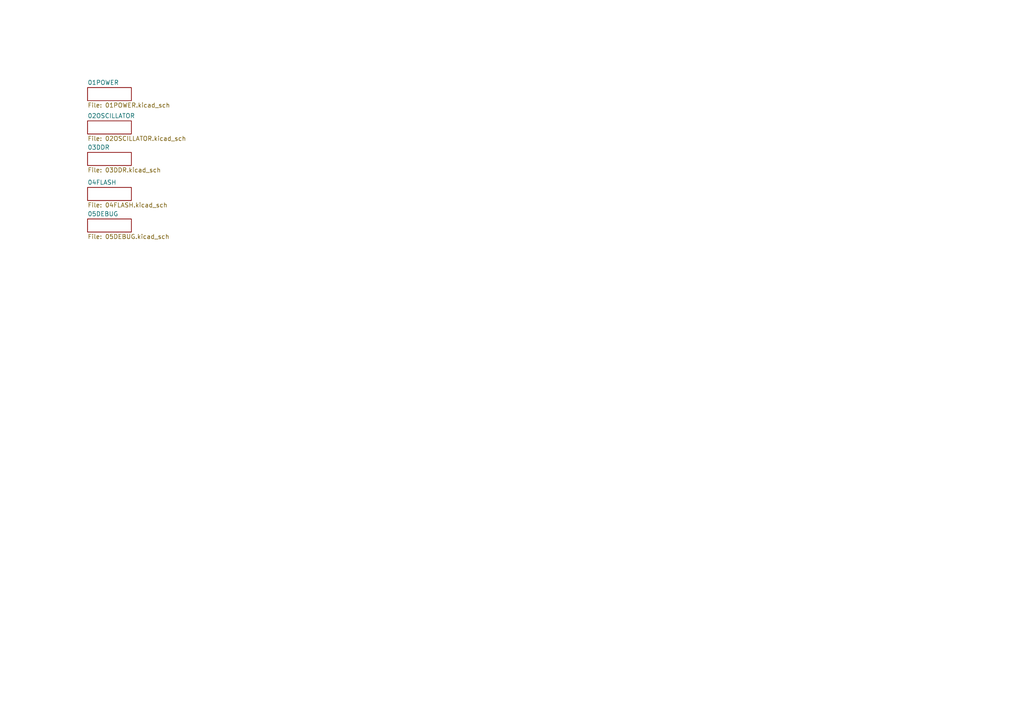
<source format=kicad_sch>
(kicad_sch
	(version 20231120)
	(generator "eeschema")
	(generator_version "8.0")
	(uuid "254e382a-6d38-470f-9ada-20b971374261")
	(paper "A4")
	(title_block
		(title "HPM6800 核心板")
		(date "2025-07-18")
		(rev "V1.0")
	)
	(lib_symbols)
	(sheet
		(at 25.4 54.356)
		(size 12.7 3.81)
		(fields_autoplaced yes)
		(stroke
			(width 0.1524)
			(type solid)
		)
		(fill
			(color 0 0 0 0.0000)
		)
		(uuid "5016e434-7cd4-404b-bee8-468e8bca2784")
		(property "Sheetname" "04FLASH"
			(at 25.4 53.6444 0)
			(effects
				(font
					(size 1.27 1.27)
				)
				(justify left bottom)
			)
		)
		(property "Sheetfile" "04FLASH.kicad_sch"
			(at 25.4 58.7506 0)
			(effects
				(font
					(size 1.27 1.27)
				)
				(justify left top)
			)
		)
		(instances
			(project "Untitled"
				(path "/254e382a-6d38-470f-9ada-20b971374261"
					(page "5")
				)
			)
		)
	)
	(sheet
		(at 25.4 63.5)
		(size 12.7 3.81)
		(fields_autoplaced yes)
		(stroke
			(width 0.1524)
			(type solid)
		)
		(fill
			(color 0 0 0 0.0000)
		)
		(uuid "626cc780-5255-4dab-a556-f22ee018ee79")
		(property "Sheetname" "05DEBUG"
			(at 25.4 62.7884 0)
			(effects
				(font
					(size 1.27 1.27)
				)
				(justify left bottom)
			)
		)
		(property "Sheetfile" "05DEBUG.kicad_sch"
			(at 25.4 67.8946 0)
			(effects
				(font
					(size 1.27 1.27)
				)
				(justify left top)
			)
		)
		(instances
			(project "Untitled"
				(path "/254e382a-6d38-470f-9ada-20b971374261"
					(page "6")
				)
			)
		)
	)
	(sheet
		(at 25.4 35.052)
		(size 12.7 3.81)
		(fields_autoplaced yes)
		(stroke
			(width 0.1524)
			(type solid)
		)
		(fill
			(color 0 0 0 0.0000)
		)
		(uuid "7bb4768f-2999-4808-8f91-fea482723315")
		(property "Sheetname" "02OSCILLATOR"
			(at 25.4 34.3404 0)
			(effects
				(font
					(size 1.27 1.27)
				)
				(justify left bottom)
			)
		)
		(property "Sheetfile" "02OSCILLATOR.kicad_sch"
			(at 25.4 39.4466 0)
			(effects
				(font
					(size 1.27 1.27)
				)
				(justify left top)
			)
		)
		(instances
			(project "Untitled"
				(path "/254e382a-6d38-470f-9ada-20b971374261"
					(page "3")
				)
			)
		)
	)
	(sheet
		(at 25.4 44.196)
		(size 12.7 3.81)
		(fields_autoplaced yes)
		(stroke
			(width 0.1524)
			(type solid)
		)
		(fill
			(color 0 0 0 0.0000)
		)
		(uuid "c5e99036-11e0-4ca2-885e-b94539ae5bae")
		(property "Sheetname" "03DDR"
			(at 25.4 43.4844 0)
			(effects
				(font
					(size 1.27 1.27)
				)
				(justify left bottom)
			)
		)
		(property "Sheetfile" "03DDR.kicad_sch"
			(at 25.4 48.5906 0)
			(effects
				(font
					(size 1.27 1.27)
				)
				(justify left top)
			)
		)
		(instances
			(project "Untitled"
				(path "/254e382a-6d38-470f-9ada-20b971374261"
					(page "4")
				)
			)
		)
	)
	(sheet
		(at 25.4 25.4)
		(size 12.7 3.81)
		(fields_autoplaced yes)
		(stroke
			(width 0.1524)
			(type solid)
		)
		(fill
			(color 0 0 0 0.0000)
		)
		(uuid "c61352ab-4678-4aa1-ab7a-242101f701c6")
		(property "Sheetname" "01POWER"
			(at 25.4 24.6884 0)
			(effects
				(font
					(size 1.27 1.27)
				)
				(justify left bottom)
			)
		)
		(property "Sheetfile" "01POWER.kicad_sch"
			(at 25.4 29.7946 0)
			(effects
				(font
					(size 1.27 1.27)
				)
				(justify left top)
			)
		)
		(instances
			(project "Untitled"
				(path "/254e382a-6d38-470f-9ada-20b971374261"
					(page "2")
				)
			)
		)
	)
	(sheet_instances
		(path "/"
			(page "1")
		)
	)
)

</source>
